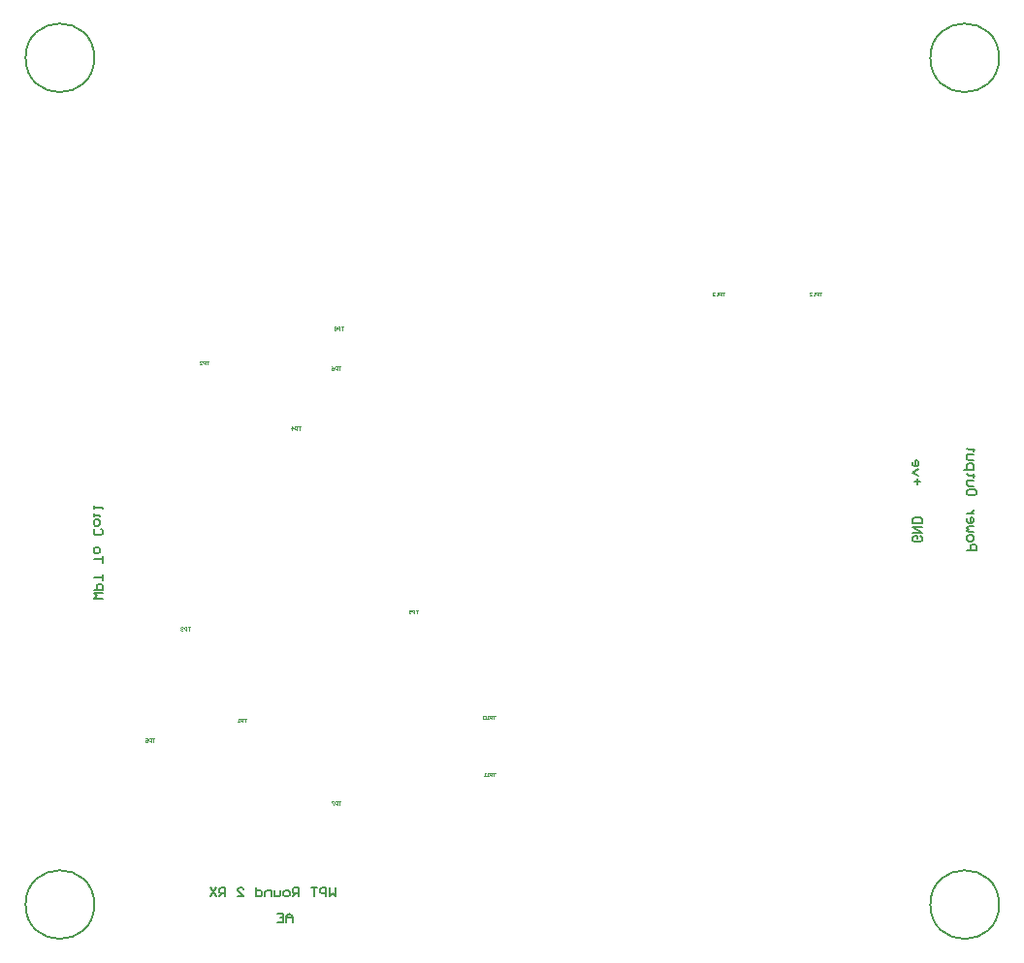
<source format=gbo>
G04*
G04 #@! TF.GenerationSoftware,Altium Limited,Altium Designer,20.1.12 (249)*
G04*
G04 Layer_Color=32896*
%FSLAX44Y44*%
%MOMM*%
G71*
G04*
G04 #@! TF.SameCoordinates,284B2C5B-B2DB-445A-AC85-361AEC2CE434*
G04*
G04*
G04 #@! TF.FilePolarity,Positive*
G04*
G01*
G75*
%ADD10C,0.2000*%
%ADD14C,0.1000*%
D10*
X60000Y30000D02*
G03*
X60000Y30000I-30000J0D01*
G01*
X850000D02*
G03*
X850000Y30000I-30000J0D01*
G01*
X60000Y770000D02*
G03*
X60000Y770000I-30000J0D01*
G01*
X850000D02*
G03*
X850000Y770000I-30000J0D01*
G01*
X233000Y14500D02*
Y19832D01*
X230334Y22497D01*
X227668Y19832D01*
Y14500D01*
Y18499D01*
X233000D01*
X219671Y22497D02*
X225003D01*
Y14500D01*
X219671D01*
X225003Y18499D02*
X222337D01*
X270500Y44997D02*
Y37000D01*
X267834Y39666D01*
X265168Y37000D01*
Y44997D01*
X262503Y37000D02*
Y44997D01*
X258504D01*
X257171Y43664D01*
Y40999D01*
X258504Y39666D01*
X262503D01*
X254505Y44997D02*
X249174D01*
X251839D01*
Y37000D01*
X238510D02*
Y44997D01*
X234512D01*
X233179Y43664D01*
Y40999D01*
X234512Y39666D01*
X238510D01*
X235844D02*
X233179Y37000D01*
X229180D02*
X226514D01*
X225181Y38333D01*
Y40999D01*
X226514Y42332D01*
X229180D01*
X230513Y40999D01*
Y38333D01*
X229180Y37000D01*
X222516Y42332D02*
Y38333D01*
X221183Y37000D01*
X217184D01*
Y42332D01*
X214518Y37000D02*
Y42332D01*
X210519D01*
X209186Y40999D01*
Y37000D01*
X201189Y44997D02*
Y37000D01*
X205188D01*
X206521Y38333D01*
Y40999D01*
X205188Y42332D01*
X201189D01*
X185194Y37000D02*
X190526D01*
X185194Y42332D01*
Y43664D01*
X186527Y44997D01*
X189193D01*
X190526Y43664D01*
X174531Y37000D02*
Y44997D01*
X170532D01*
X169199Y43664D01*
Y40999D01*
X170532Y39666D01*
X174531D01*
X171865D02*
X169199Y37000D01*
X166534Y44997D02*
X161202Y37000D01*
Y44997D02*
X166534Y37000D01*
X67497Y297000D02*
X59500D01*
X62166Y299666D01*
X59500Y302332D01*
X67497D01*
X59500Y304997D02*
X67497D01*
Y308996D01*
X66164Y310329D01*
X63499D01*
X62166Y308996D01*
Y304997D01*
X67497Y312995D02*
Y318326D01*
Y315661D01*
X59500D01*
X67497Y328990D02*
Y334321D01*
Y331656D01*
X59500D01*
Y338320D02*
Y340986D01*
X60833Y342319D01*
X63499D01*
X64832Y340986D01*
Y338320D01*
X63499Y336987D01*
X60833D01*
X59500Y338320D01*
X66164Y358313D02*
X67497Y356981D01*
Y354315D01*
X66164Y352982D01*
X60833D01*
X59500Y354315D01*
Y356981D01*
X60833Y358313D01*
X59500Y362312D02*
Y364978D01*
X60833Y366311D01*
X63499D01*
X64832Y364978D01*
Y362312D01*
X63499Y360979D01*
X60833D01*
X59500Y362312D01*
Y368977D02*
Y371643D01*
Y370310D01*
X64832D01*
Y368977D01*
X59500Y375641D02*
Y378307D01*
Y376974D01*
X67497D01*
Y375641D01*
X778499Y397000D02*
Y402332D01*
X781164Y399666D02*
X775833D01*
X779832Y404997D02*
X774500Y407663D01*
X779832Y410329D01*
X774500Y416993D02*
Y414328D01*
X775833Y412995D01*
X778499D01*
X779832Y414328D01*
Y416993D01*
X778499Y418326D01*
X777166D01*
Y412995D01*
X781164Y352332D02*
X782497Y350999D01*
Y348333D01*
X781164Y347000D01*
X775833D01*
X774500Y348333D01*
Y350999D01*
X775833Y352332D01*
X778499D01*
Y349666D01*
X774500Y354997D02*
X782497D01*
X774500Y360329D01*
X782497D01*
Y362995D02*
X774500D01*
Y366994D01*
X775833Y368326D01*
X781164D01*
X782497Y366994D01*
Y362995D01*
X822166Y339500D02*
X830163D01*
Y343499D01*
X828830Y344832D01*
X826164D01*
X824832Y343499D01*
Y339500D01*
X822166Y348830D02*
Y351496D01*
X823499Y352829D01*
X826164D01*
X827497Y351496D01*
Y348830D01*
X826164Y347497D01*
X823499D01*
X822166Y348830D01*
X827497Y355495D02*
X823499D01*
X822166Y356828D01*
X823499Y358161D01*
X822166Y359493D01*
X823499Y360826D01*
X827497D01*
X822166Y367491D02*
Y364825D01*
X823499Y363492D01*
X826164D01*
X827497Y364825D01*
Y367491D01*
X826164Y368824D01*
X824832D01*
Y363492D01*
X827497Y371490D02*
X822166D01*
X824832D01*
X826164Y372823D01*
X827497Y374156D01*
Y375488D01*
X830163Y391483D02*
Y388817D01*
X828830Y387485D01*
X823499D01*
X822166Y388817D01*
Y391483D01*
X823499Y392816D01*
X828830D01*
X830163Y391483D01*
X827497Y395482D02*
X823499D01*
X822166Y396815D01*
Y400813D01*
X827497D01*
X828830Y404812D02*
X827497D01*
Y403479D01*
Y406145D01*
Y404812D01*
X823499D01*
X822166Y406145D01*
X819500Y410144D02*
X827497D01*
Y414143D01*
X826164Y415476D01*
X823499D01*
X822166Y414143D01*
Y410144D01*
X827497Y418141D02*
X823499D01*
X822166Y419474D01*
Y423473D01*
X827497D01*
X828830Y427472D02*
X827497D01*
Y426139D01*
Y428805D01*
Y427472D01*
X823499D01*
X822166Y428805D01*
D14*
X610394Y565025D02*
X608395D01*
X609394D01*
Y562026D01*
X607395D02*
Y565025D01*
X605896D01*
X605396Y564525D01*
Y563526D01*
X605896Y563026D01*
X607395D01*
X604396Y562026D02*
X603396D01*
X603896D01*
Y565025D01*
X604396Y564525D01*
X601897D02*
X601397Y565025D01*
X600397D01*
X599897Y564525D01*
Y564025D01*
X600397Y563526D01*
X600897D01*
X600397D01*
X599897Y563026D01*
Y562526D01*
X600397Y562026D01*
X601397D01*
X601897Y562526D01*
X694986Y565181D02*
X692987D01*
X693986D01*
Y562182D01*
X691987D02*
Y565181D01*
X690488D01*
X689988Y564681D01*
Y563681D01*
X690488Y563182D01*
X691987D01*
X688988Y562182D02*
X687988D01*
X688488D01*
Y565181D01*
X688988Y564681D01*
X684489Y562182D02*
X686489D01*
X684489Y564181D01*
Y564681D01*
X684989Y565181D01*
X685989D01*
X686489Y564681D01*
X409998Y145121D02*
X407999D01*
X408998D01*
Y142122D01*
X406999D02*
Y145121D01*
X405499D01*
X405000Y144621D01*
Y143622D01*
X405499Y143122D01*
X406999D01*
X404000Y142122D02*
X403000D01*
X403500D01*
Y145121D01*
X404000Y144621D01*
X401501Y142122D02*
X400501D01*
X401001D01*
Y145121D01*
X401501Y144621D01*
X409998Y195159D02*
X407999D01*
X408998D01*
Y192160D01*
X406999D02*
Y195159D01*
X405499D01*
X405000Y194659D01*
Y193659D01*
X405499Y193160D01*
X406999D01*
X404000Y192160D02*
X403000D01*
X403500D01*
Y195159D01*
X404000Y194659D01*
X401501D02*
X401001Y195159D01*
X400001D01*
X399501Y194659D01*
Y192660D01*
X400001Y192160D01*
X401001D01*
X401501Y192660D01*
Y194659D01*
X342588Y287525D02*
X340589D01*
X341588D01*
Y284526D01*
X339589D02*
Y287525D01*
X338089D01*
X337590Y287025D01*
Y286026D01*
X338089Y285526D01*
X339589D01*
X336590Y285026D02*
X336090Y284526D01*
X335090D01*
X334591Y285026D01*
Y287025D01*
X335090Y287525D01*
X336090D01*
X336590Y287025D01*
Y286525D01*
X336090Y286026D01*
X334591D01*
X277436Y535087D02*
X275437D01*
X276436D01*
Y532088D01*
X274437D02*
Y535087D01*
X272938D01*
X272438Y534587D01*
Y533587D01*
X272938Y533088D01*
X274437D01*
X271438Y534587D02*
X270938Y535087D01*
X269938D01*
X269439Y534587D01*
Y534087D01*
X269938Y533587D01*
X269439Y533088D01*
Y532588D01*
X269938Y532088D01*
X270938D01*
X271438Y532588D01*
Y533088D01*
X270938Y533587D01*
X271438Y534087D01*
Y534587D01*
X270938Y533587D02*
X269938D01*
X275124Y120173D02*
X273125D01*
X274124D01*
Y117174D01*
X272125D02*
Y120173D01*
X270625D01*
X270126Y119673D01*
Y118673D01*
X270625Y118174D01*
X272125D01*
X269126Y120173D02*
X267127D01*
Y119673D01*
X269126Y117674D01*
Y117174D01*
X275124Y500157D02*
X273125D01*
X274124D01*
Y497158D01*
X272125D02*
Y500157D01*
X270625D01*
X270126Y499657D01*
Y498657D01*
X270625Y498158D01*
X272125D01*
X267127Y500157D02*
X268126Y499657D01*
X269126Y498657D01*
Y497658D01*
X268626Y497158D01*
X267626D01*
X267127Y497658D01*
Y498158D01*
X267626Y498657D01*
X269126D01*
X112510Y175023D02*
X110511D01*
X111510D01*
Y172024D01*
X109511D02*
Y175023D01*
X108012D01*
X107512Y174523D01*
Y173524D01*
X108012Y173024D01*
X109511D01*
X104513Y175023D02*
X106512D01*
Y173524D01*
X105512Y174023D01*
X105012D01*
X104513Y173524D01*
Y172524D01*
X105012Y172024D01*
X106012D01*
X106512Y172524D01*
X239954Y447591D02*
X237955D01*
X238954D01*
Y444592D01*
X236955D02*
Y447591D01*
X235455D01*
X234956Y447091D01*
Y446091D01*
X235455Y445592D01*
X236955D01*
X232456Y444592D02*
Y447591D01*
X233956Y446091D01*
X231957D01*
X143552Y272573D02*
X141553D01*
X142552D01*
Y269574D01*
X140553D02*
Y272573D01*
X139053D01*
X138554Y272073D01*
Y271073D01*
X139053Y270574D01*
X140553D01*
X137554Y272073D02*
X137054Y272573D01*
X136054D01*
X135555Y272073D01*
Y271573D01*
X136054Y271073D01*
X136554D01*
X136054D01*
X135555Y270574D01*
Y270074D01*
X136054Y269574D01*
X137054D01*
X137554Y270074D01*
X160062Y504983D02*
X158063D01*
X159062D01*
Y501984D01*
X157063D02*
Y504983D01*
X155563D01*
X155064Y504483D01*
Y503484D01*
X155563Y502984D01*
X157063D01*
X152065Y501984D02*
X154064D01*
X152065Y503983D01*
Y504483D01*
X152564Y504983D01*
X153564D01*
X154064Y504483D01*
X192548Y192589D02*
X190549D01*
X191548D01*
Y189590D01*
X189549D02*
Y192589D01*
X188050D01*
X187550Y192089D01*
Y191089D01*
X188050Y190590D01*
X189549D01*
X186550Y189590D02*
X185550D01*
X186050D01*
Y192589D01*
X186550Y192089D01*
M02*

</source>
